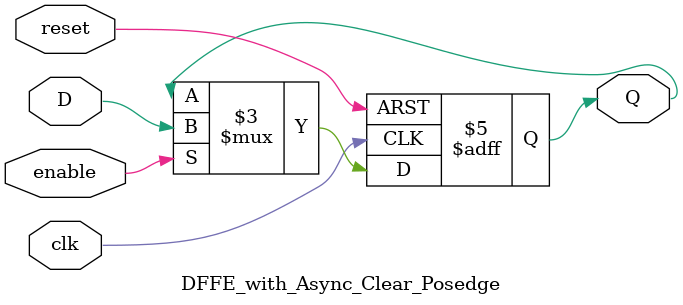
<source format=v>
module DFFE_with_Async_Clear_Posedge(Q, D, clk, reset, enable);
    input D, reset, clk, enable;
    output Q;
    reg Q;

    initial begin
        Q = 1'b0;
    end

    always @(posedge clk or posedge reset) begin
        if (reset) begin
            Q <= 1'b0;  // 异步清零
        end else if (enable) begin
            Q <= D;     // 在上升沿进行置位
        end
    end
endmodule
</source>
